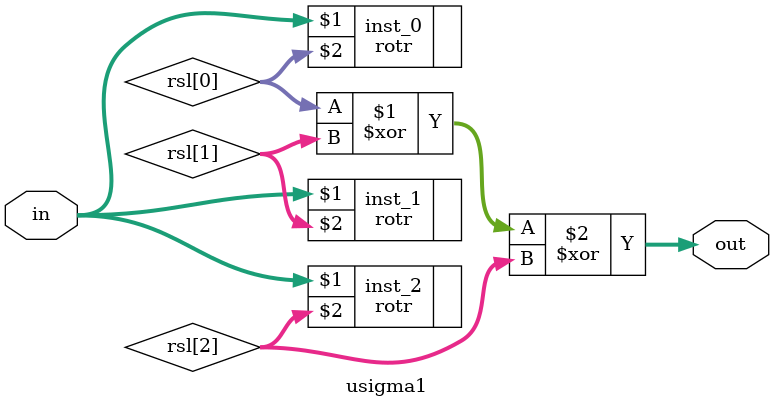
<source format=v>
module usigma0 (
    input wire [31:0] in,
    output wire [31:0] out
);
    wire [31:0] rsl [2:0];

    rotr #(2) inst_0 (in, rsl[0]);
    rotr #(13) inst_1 (in, rsl[1]);
    rotr #(22) inst_2 (in, rsl[2]);

    assign out = rsl[0] ^ rsl[1] ^ rsl[2];  
endmodule

module usigma1 (
    input wire [31:0] in,
    output wire [31:0] out
);
    wire [31:0] rsl [2:0];

    rotr #(6) inst_0 (in, rsl[0]);
    rotr #(11) inst_1 (in, rsl[1]);
    rotr #(25) inst_2 (in, rsl[2]);

    assign out = rsl[0] ^ rsl[1] ^ rsl[2];  
endmodule

</source>
